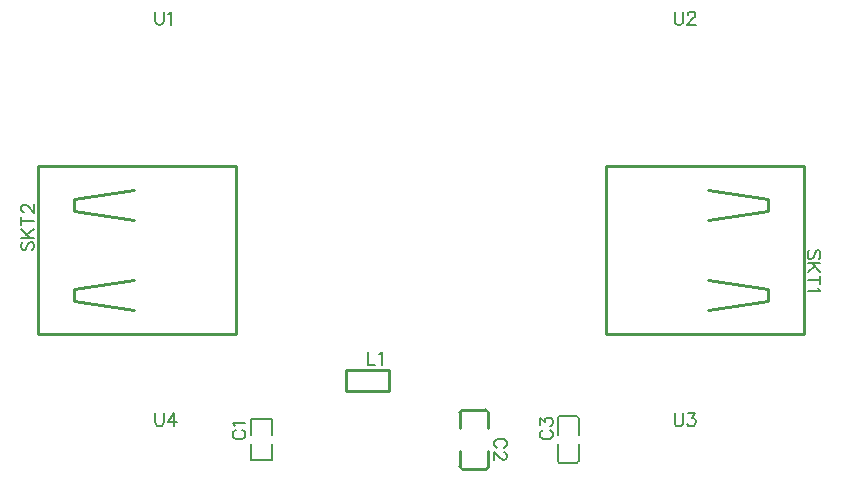
<source format=gto>
G04 Layer: TopSilkLayer*
G04 EasyEDA v6.4.20.6, 2021-08-19T13:16:06+10:00*
G04 9d4605ca98984d129178a5d3578e3ea3,9bf960991b9d4efa812b5d32ee5e6833,10*
G04 Gerber Generator version 0.2*
G04 Scale: 100 percent, Rotated: No, Reflected: No *
G04 Dimensions in millimeters *
G04 leading zeros omitted , absolute positions ,4 integer and 5 decimal *
%FSLAX45Y45*%
%MOMM*%

%ADD10C,0.2540*%
%ADD22C,0.1501*%
%ADD23C,0.1524*%

%LPD*%
D23*
X1883587Y5177977D02*
G01*
X1873173Y5172643D01*
X1862759Y5162229D01*
X1857679Y5152069D01*
X1857679Y5131241D01*
X1862759Y5120827D01*
X1873173Y5110413D01*
X1883587Y5105079D01*
X1899335Y5099999D01*
X1925243Y5099999D01*
X1940737Y5105079D01*
X1951151Y5110413D01*
X1961565Y5120827D01*
X1966645Y5131241D01*
X1966645Y5152069D01*
X1961565Y5162229D01*
X1951151Y5172643D01*
X1940737Y5177977D01*
X1878507Y5212267D02*
G01*
X1873173Y5222681D01*
X1857679Y5238175D01*
X1966645Y5238175D01*
X4154507Y5029629D02*
G01*
X4164921Y5034963D01*
X4175335Y5045377D01*
X4180415Y5055537D01*
X4180415Y5076365D01*
X4175335Y5086779D01*
X4164921Y5097193D01*
X4154507Y5102527D01*
X4138759Y5107607D01*
X4112851Y5107607D01*
X4097357Y5102527D01*
X4086943Y5097193D01*
X4076529Y5086779D01*
X4071449Y5076365D01*
X4071449Y5055537D01*
X4076529Y5045377D01*
X4086943Y5034963D01*
X4097357Y5029629D01*
X4154507Y4990259D02*
G01*
X4159587Y4990259D01*
X4170001Y4984925D01*
X4175335Y4979845D01*
X4180415Y4969431D01*
X4180415Y4948603D01*
X4175335Y4938189D01*
X4170001Y4933109D01*
X4159587Y4927775D01*
X4149173Y4927775D01*
X4138759Y4933109D01*
X4123265Y4943523D01*
X4071449Y4995339D01*
X4071449Y4922695D01*
X4483590Y5177977D02*
G01*
X4473176Y5172643D01*
X4462762Y5162229D01*
X4457682Y5152069D01*
X4457682Y5131241D01*
X4462762Y5120827D01*
X4473176Y5110413D01*
X4483590Y5105079D01*
X4499338Y5099999D01*
X4525246Y5099999D01*
X4540740Y5105079D01*
X4551154Y5110413D01*
X4561568Y5120827D01*
X4566648Y5131241D01*
X4566648Y5152069D01*
X4561568Y5162229D01*
X4551154Y5172643D01*
X4540740Y5177977D01*
X4457682Y5222681D02*
G01*
X4457682Y5279831D01*
X4499338Y5248589D01*
X4499338Y5264083D01*
X4504418Y5274497D01*
X4509498Y5279831D01*
X4525246Y5284911D01*
X4535660Y5284911D01*
X4551154Y5279831D01*
X4561568Y5269417D01*
X4566648Y5253669D01*
X4566648Y5238175D01*
X4561568Y5222681D01*
X4556488Y5217347D01*
X4546074Y5212267D01*
X2999999Y5842314D02*
G01*
X2999999Y5733348D01*
X2999999Y5733348D02*
G01*
X3062229Y5733348D01*
X3096519Y5821486D02*
G01*
X3106933Y5826820D01*
X3122681Y5842314D01*
X3122681Y5733348D01*
X6819021Y6627355D02*
G01*
X6829435Y6637769D01*
X6834515Y6653263D01*
X6834515Y6674091D01*
X6829435Y6689585D01*
X6819021Y6699999D01*
X6808607Y6699999D01*
X6798193Y6694919D01*
X6792859Y6689585D01*
X6787779Y6679171D01*
X6777365Y6647929D01*
X6772285Y6637769D01*
X6766951Y6632435D01*
X6756537Y6627355D01*
X6741043Y6627355D01*
X6730629Y6637769D01*
X6725549Y6653263D01*
X6725549Y6674091D01*
X6730629Y6689585D01*
X6741043Y6699999D01*
X6834515Y6593065D02*
G01*
X6725549Y6593065D01*
X6834515Y6520167D02*
G01*
X6761871Y6593065D01*
X6787779Y6566903D02*
G01*
X6725549Y6520167D01*
X6834515Y6449555D02*
G01*
X6725549Y6449555D01*
X6834515Y6485877D02*
G01*
X6834515Y6413233D01*
X6813687Y6378943D02*
G01*
X6819021Y6368529D01*
X6834515Y6353035D01*
X6725549Y6353035D01*
X80977Y6772643D02*
G01*
X70563Y6762229D01*
X65483Y6746735D01*
X65483Y6725907D01*
X70563Y6710413D01*
X80977Y6699999D01*
X91391Y6699999D01*
X101805Y6705079D01*
X107139Y6710413D01*
X112219Y6720827D01*
X122633Y6752069D01*
X127713Y6762229D01*
X133047Y6767563D01*
X143461Y6772643D01*
X158955Y6772643D01*
X169369Y6762229D01*
X174449Y6746735D01*
X174449Y6725907D01*
X169369Y6710413D01*
X158955Y6699999D01*
X65483Y6806933D02*
G01*
X174449Y6806933D01*
X65483Y6879831D02*
G01*
X138127Y6806933D01*
X112219Y6833095D02*
G01*
X174449Y6879831D01*
X65483Y6950443D02*
G01*
X174449Y6950443D01*
X65483Y6914121D02*
G01*
X65483Y6986765D01*
X91391Y7026389D02*
G01*
X86311Y7026389D01*
X75897Y7031469D01*
X70563Y7036549D01*
X65483Y7046963D01*
X65483Y7067791D01*
X70563Y7078205D01*
X75897Y7083539D01*
X86311Y7088619D01*
X96725Y7088619D01*
X107139Y7083539D01*
X122633Y7073125D01*
X174449Y7021055D01*
X174449Y7093699D01*
X1199997Y8721725D02*
G01*
X1199997Y8643746D01*
X1205077Y8628253D01*
X1215491Y8617838D01*
X1231239Y8612759D01*
X1241653Y8612759D01*
X1257147Y8617838D01*
X1267561Y8628253D01*
X1272641Y8643746D01*
X1272641Y8721725D01*
X1306931Y8700896D02*
G01*
X1317345Y8706230D01*
X1333093Y8721725D01*
X1333093Y8612759D01*
X5599988Y8721725D02*
G01*
X5599988Y8643746D01*
X5605068Y8628253D01*
X5615482Y8617838D01*
X5631230Y8612759D01*
X5641644Y8612759D01*
X5657138Y8617838D01*
X5667552Y8628253D01*
X5672632Y8643746D01*
X5672632Y8721725D01*
X5712256Y8695817D02*
G01*
X5712256Y8700896D01*
X5717336Y8711311D01*
X5722670Y8716645D01*
X5733084Y8721725D01*
X5753658Y8721725D01*
X5764072Y8716645D01*
X5769406Y8711311D01*
X5774486Y8700896D01*
X5774486Y8690483D01*
X5769406Y8680069D01*
X5758992Y8664575D01*
X5706922Y8612759D01*
X5779820Y8612759D01*
X5599988Y5321706D02*
G01*
X5599988Y5243728D01*
X5605068Y5228234D01*
X5615482Y5217820D01*
X5631230Y5212740D01*
X5641644Y5212740D01*
X5657138Y5217820D01*
X5667552Y5228234D01*
X5672632Y5243728D01*
X5672632Y5321706D01*
X5717336Y5321706D02*
G01*
X5774486Y5321706D01*
X5743498Y5280050D01*
X5758992Y5280050D01*
X5769406Y5274970D01*
X5774486Y5269890D01*
X5779820Y5254142D01*
X5779820Y5243728D01*
X5774486Y5228234D01*
X5764072Y5217820D01*
X5748578Y5212740D01*
X5733084Y5212740D01*
X5717336Y5217820D01*
X5712256Y5222900D01*
X5706922Y5233314D01*
X1199997Y5321706D02*
G01*
X1199997Y5243728D01*
X1205077Y5228234D01*
X1215491Y5217820D01*
X1231239Y5212740D01*
X1241653Y5212740D01*
X1257147Y5217820D01*
X1267561Y5228234D01*
X1272641Y5243728D01*
X1272641Y5321706D01*
X1359001Y5321706D02*
G01*
X1306931Y5249062D01*
X1384909Y5249062D01*
X1359001Y5321706D02*
G01*
X1359001Y5212740D01*
D22*
X2189995Y5060000D02*
G01*
X2189995Y4930000D01*
X2009995Y4930000D01*
X2009995Y5060000D01*
X2189995Y5139999D02*
G01*
X2189995Y5269999D01*
X2009995Y5269999D01*
X2009995Y5139999D01*
D10*
X3999999Y4849997D02*
G01*
X3800000Y4849997D01*
X4019999Y5199999D02*
G01*
X4019999Y5319999D01*
X3780000Y5199999D02*
G01*
X3780000Y5319999D01*
X4019999Y4999997D02*
G01*
X4019999Y4880000D01*
X3780000Y4999997D02*
G01*
X3780000Y4880000D01*
X3999999Y5349999D02*
G01*
X3800000Y5349999D01*
X4019999Y5329999D02*
G01*
X4019999Y5319999D01*
X3780000Y5329999D02*
G01*
X3780000Y5319999D01*
X4019999Y4869997D02*
G01*
X4019999Y4880000D01*
X3780000Y4869997D02*
G01*
X3780000Y4880000D01*
D23*
X4609637Y5281119D02*
G01*
X4609637Y5140119D01*
X4790358Y5140119D02*
G01*
X4790358Y5281119D01*
X4775118Y5296359D02*
G01*
X4624877Y5296359D01*
X4609637Y4918880D02*
G01*
X4609637Y5059880D01*
X4790358Y5059880D02*
G01*
X4790358Y4918880D01*
X4775118Y4903640D02*
G01*
X4624877Y4903640D01*
D10*
X2817119Y5686358D02*
G01*
X3182879Y5686358D01*
X3182879Y5686358D02*
G01*
X3182879Y5513638D01*
X3182879Y5513638D02*
G01*
X2817119Y5513638D01*
X2817119Y5513638D02*
G01*
X2817119Y5686358D01*
X5017399Y5988799D02*
G01*
X6693799Y5988799D01*
X6693799Y7411199D01*
X5017399Y7411199D01*
X5017399Y5988799D01*
X5880999Y6953999D02*
G01*
X6388999Y7030199D01*
X6388999Y7131799D01*
X5880999Y7207999D01*
X5880999Y6191999D02*
G01*
X6388999Y6268199D01*
X6388999Y6369799D01*
X5880999Y6445999D01*
X1882599Y7411199D02*
G01*
X206199Y7411199D01*
X206199Y5988799D01*
X1882599Y5988799D01*
X1882599Y7411199D01*
X1018999Y6445999D02*
G01*
X510999Y6369799D01*
X510999Y6268199D01*
X1018999Y6191999D01*
X1018999Y7207999D02*
G01*
X510999Y7131799D01*
X510999Y7030199D01*
X1018999Y6953999D01*
G75*
G01*
X4000000Y5349999D02*
G02*
X4020000Y5330000I0J-19999D01*
G75*
G01*
X3800000Y5349999D02*
G03*
X3780000Y5330000I0J-19999D01*
G75*
G01*
X4000000Y4849998D02*
G03*
X4020000Y4869998I0J20000D01*
G75*
G01*
X3800000Y4849998D02*
G02*
X3780000Y4869998I0J20000D01*
D23*
G75*
G01*
X4790359Y5281120D02*
G03*
X4775119Y5296360I-15240J0D01*
G75*
G01*
X4624878Y5296360D02*
G03*
X4609638Y5281120I0J-15240D01*
G75*
G01*
X4790359Y4918880D02*
G02*
X4775119Y4903640I-15240J0D01*
G75*
G01*
X4624878Y4903640D02*
G02*
X4609638Y4918880I0J15240D01*
M02*

</source>
